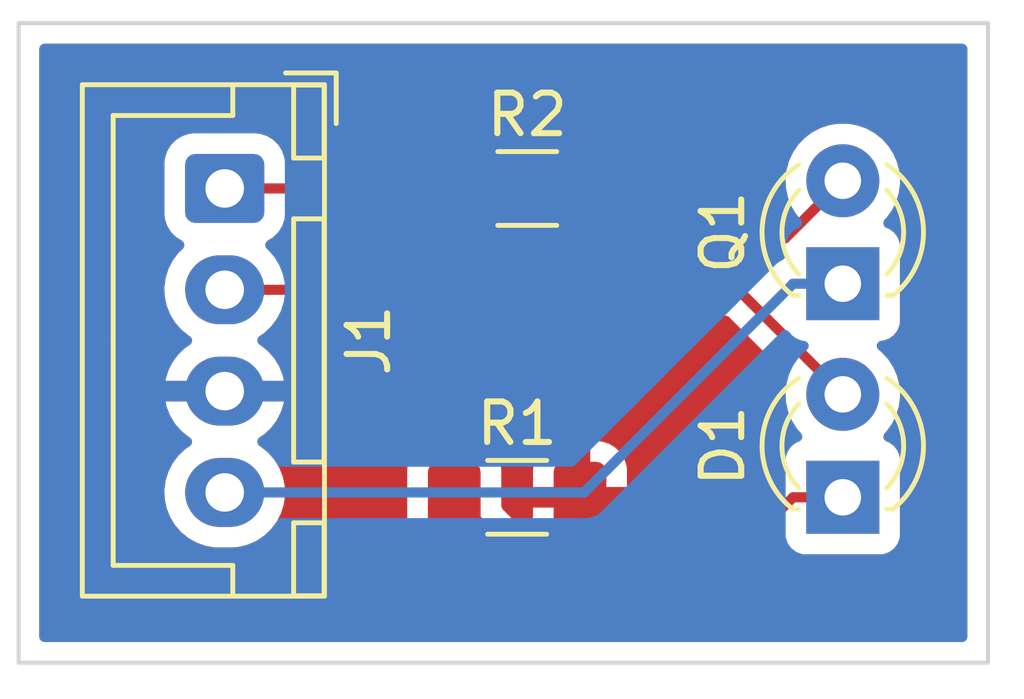
<source format=kicad_pcb>
(kicad_pcb (version 20211014) (generator pcbnew)
  (layers (0 "F.Cu" signal) (31 "B.Cu" signal) (34 "B.Paste" user) (35 "F.Paste" user) (36 "B.SilkS" user "B.Silkscreen") (37 "F.SilkS" user "F.Silkscreen") (38 "B.Mask" user) (39 "F.Mask" user) (44 "Edge.Cuts" user))
  (net 0 "")
  (net 1 "Net-(D1-Pad1)")
  (net 2 "POWER")
  (net 3 "RESPONSE")
  (net 4 "Earth")
  (net 5 "+3V3")
  (footprint "Resistor_SMD:R_1206_3216Metric_Pad1.30x1.75mm_HandSolder" (layer "F.Cu") (at 137 88.9)
    (fp_text reference "R2" (at 0 -1.82) (layer "F.SilkS"))
    (fp_text value "1k8")
    (fp_line (start -0.727064 0.91) (end 0.727064 0.91) (layer "F.SilkS") (width 0.12))
    (fp_line (start -0.727064 -0.91) (end 0.727064 -0.91) (layer "F.SilkS") (width 0.12))
    (pad "1" smd roundrect (at -1.55 0) (size 1.3 1.75) (layers "F.Cu" "F.Paste" "F.Mask") (roundrect_rratio 0.1923076923) (net 3 "RESPONSE"))
    (pad "2" smd roundrect (at 1.55 0) (size 1.3 1.75) (layers "F.Cu" "F.Paste" "F.Mask") (roundrect_rratio 0.1923076923) (net 4 "Earth"))
  )
  (footprint "Resistor_SMD:R_1206_3216Metric_Pad1.30x1.75mm_HandSolder" (layer "F.Cu") (at 136.75 96.52)
    (fp_text reference "R1" (at 0 -1.82) (layer "F.SilkS"))
    (fp_text value "120")
    (fp_line (start -0.727064 -0.91) (end 0.727064 -0.91) (layer "F.SilkS") (width 0.12))
    (fp_line (start -0.727064 0.91) (end 0.727064 0.91) (layer "F.SilkS") (width 0.12))
    (pad "1" smd roundrect (at -1.55 0) (size 1.3 1.75) (layers "F.Cu" "F.Paste" "F.Mask") (roundrect_rratio 0.1923076923) (net 1 "Net-(D1-Pad1)"))
    (pad "2" smd roundrect (at 1.55 0) (size 1.3 1.75) (layers "F.Cu" "F.Paste" "F.Mask") (roundrect_rratio 0.1923076923) (net 4 "Earth"))
  )
  (footprint "LED_THT:LED_D3.0mm_Clear" (layer "F.Cu") (at 144.78 91.25 90)
    (fp_text reference "Q1" (at 1.27 -2.96 90) (layer "F.SilkS"))
    (fp_text value "SFH309")
    (fp_line (start -0.29 -1.236) (end -0.29 -1.08) (layer "F.SilkS") (width 0.12))
    (fp_line (start -0.29 1.08) (end -0.29 1.236) (layer "F.SilkS") (width 0.12))
    (fp_arc (start 2.942335 1.078608) (mid 1.366487 1.987659) (end -0.29 1.235516) (layer "F.SilkS") (width 0.12))
    (fp_arc (start 2.31113 1.079837) (mid 1.270117 1.5) (end 0.229039 1.08) (layer "F.SilkS") (width 0.12))
    (fp_arc (start -0.29 -1.235516) (mid 1.366487 -1.987659) (end 2.942335 -1.078608) (layer "F.SilkS") (width 0.12))
    (fp_arc (start 0.229039 -1.08) (mid 1.270117 -1.5) (end 2.31113 -1.079837) (layer "F.SilkS") (width 0.12))
    (pad "1" thru_hole rect (at 0 0 90) (size 1.8 1.8) (drill 0.9) (layers *.Cu *.Mask) (net 5 "+3V3"))
    (pad "2" thru_hole circle (at 2.54 0 90) (size 1.8 1.8) (drill 0.9) (layers *.Cu *.Mask) (net 3 "RESPONSE"))
  )
  (footprint "LED_THT:LED_D3.0mm_IRBlack" (layer "F.Cu") (at 144.78 96.52 90)
    (fp_text reference "D1" (at 1.27 -2.96 90) (layer "F.SilkS"))
    (fp_text value "SFH4346")
    (fp_line (start -0.29 1.08) (end -0.29 1.236) (layer "F.SilkS") (width 0.12))
    (fp_line (start -0.29 -1.236) (end -0.29 -1.08) (layer "F.SilkS") (width 0.12))
    (fp_arc (start -0.29 -1.235516) (mid 1.366487 -1.987659) (end 2.942335 -1.078608) (layer "F.SilkS") (width 0.12))
    (fp_arc (start 2.31113 1.079837) (mid 1.270117 1.5) (end 0.229039 1.08) (layer "F.SilkS") (width 0.12))
    (fp_arc (start 2.942335 1.078608) (mid 1.366487 1.987659) (end -0.29 1.235516) (layer "F.SilkS") (width 0.12))
    (fp_arc (start 0.229039 -1.08) (mid 1.270117 -1.5) (end 2.31113 -1.079837) (layer "F.SilkS") (width 0.12))
    (pad "1" thru_hole rect (at 0 0 90) (size 1.8 1.8) (drill 0.9) (layers *.Cu *.Mask) (net 1 "Net-(D1-Pad1)"))
    (pad "2" thru_hole circle (at 2.54 0 90) (size 1.8 1.8) (drill 0.9) (layers *.Cu *.Mask) (net 2 "POWER"))
  )
  (footprint "Connector_JST:JST_XH_B4B-XH-A_1x04_P2.50mm_Vertical" (layer "F.Cu") (at 129.54 88.9 -90)
    (fp_text reference "J1" (at 3.75 -3.55 -90) (layer "F.SilkS"))
    (fp_text value "Conn_01x04")
    (fp_line (start -1.6 -2.75) (end -2.85 -2.75) (layer "F.SilkS") (width 0.12))
    (fp_line (start 0.75 -1.7) (end 6.75 -1.7) (layer "F.SilkS") (width 0.12))
    (fp_line (start 0.75 -2.45) (end 0.75 -1.7) (layer "F.SilkS") (width 0.12))
    (fp_line (start -2.85 -2.75) (end -2.85 -1.5) (layer "F.SilkS") (width 0.12))
    (fp_line (start 8.25 -1.7) (end 10.05 -1.7) (layer "F.SilkS") (width 0.12))
    (fp_line (start -2.55 -1.7) (end -0.75 -1.7) (layer "F.SilkS") (width 0.12))
    (fp_line (start 6.75 -2.45) (end 0.75 -2.45) (layer "F.SilkS") (width 0.12))
    (fp_line (start 10.05 -0.2) (end 9.3 -0.2) (layer "F.SilkS") (width 0.12))
    (fp_line (start 10.05 -1.7) (end 10.05 -2.45) (layer "F.SilkS") (width 0.12))
    (fp_line (start -0.75 -2.45) (end -2.55 -2.45) (layer "F.SilkS") (width 0.12))
    (fp_line (start 10.06 3.51) (end 10.06 -2.46) (layer "F.SilkS") (width 0.12))
    (fp_line (start -1.8 -0.2) (end -1.8 2.75) (layer "F.SilkS") (width 0.12))
    (fp_line (start -2.56 3.51) (end 10.06 3.51) (layer "F.SilkS") (width 0.12))
    (fp_line (start -2.55 -2.45) (end -2.55 -1.7) (layer "F.SilkS") (width 0.12))
    (fp_line (start -2.56 -2.46) (end -2.56 3.51) (layer "F.SilkS") (width 0.12))
    (fp_line (start 6.75 -1.7) (end 6.75 -2.45) (layer "F.SilkS") (width 0.12))
    (fp_line (start -1.8 2.75) (end 3.75 2.75) (layer "F.SilkS") (width 0.12))
    (fp_line (start 10.06 -2.46) (end -2.56 -2.46) (layer "F.SilkS") (width 0.12))
    (fp_line (start -2.55 -0.2) (end -1.8 -0.2) (layer "F.SilkS") (width 0.12))
    (fp_line (start 9.3 -0.2) (end 9.3 2.75) (layer "F.SilkS") (width 0.12))
    (fp_line (start 10.05 -2.45) (end 8.25 -2.45) (layer "F.SilkS") (width 0.12))
    (fp_line (start 9.3 2.75) (end 3.75 2.75) (layer "F.SilkS") (width 0.12))
    (fp_line (start 8.25 -2.45) (end 8.25 -1.7) (layer "F.SilkS") (width 0.12))
    (fp_line (start -0.75 -1.7) (end -0.75 -2.45) (layer "F.SilkS") (width 0.12))
    (pad "1" thru_hole roundrect (at 0 0 270) (size 1.7 1.95) (drill 0.95) (layers *.Cu *.Mask) (roundrect_rratio 0.1470588235) (net 3 "RESPONSE"))
    (pad "2" thru_hole oval (at 2.5 0 270) (size 1.7 1.95) (drill 0.95) (layers *.Cu *.Mask) (net 2 "POWER"))
    (pad "3" thru_hole oval (at 5 0 270) (size 1.7 1.95) (drill 0.95) (layers *.Cu *.Mask) (net 4 "Earth"))
    (pad "4" thru_hole oval (at 7.5 0 270) (size 1.7 1.95) (drill 0.95) (layers *.Cu *.Mask) (net 5 "+3V3"))
  )
  (gr_rect (start 124.46 84.82) (end 148.36 100.6) (layer "Edge.Cuts") (width 0.1) (fill none))
  (segment (start 142.3128 97.7619) (end 136.4419 97.7619) (width 0.25) (layer "F.Cu") (net 1))
  (segment (start 136.4419 97.7619) (end 135.2 96.52) (width 0.25) (layer "F.Cu") (net 1))
  (segment (start 144.78 96.52) (end 143.5547 96.52) (width 0.25) (layer "F.Cu") (net 1))
  (segment (start 143.5547 96.52) (end 142.3128 97.7619) (width 0.25) (layer "F.Cu") (net 1))
  (segment (start 144.78 93.98) (end 142.2 91.4) (width 0.25) (layer "F.Cu") (net 2))
  (segment (start 142.2 91.4) (end 129.54 91.4) (width 0.25) (layer "F.Cu") (net 2))
  (segment (start 144.78 88.71) (end 143.363 90.127) (width 0.25) (layer "F.Cu") (net 3))
  (segment (start 136.677 90.127) (end 135.45 88.9) (width 0.25) (layer "F.Cu") (net 3))
  (segment (start 135.45 88.9) (end 129.54 88.9) (width 0.25) (layer "F.Cu") (net 3))
  (segment (start 143.363 90.127) (end 136.677 90.127) (width 0.25) (layer "F.Cu") (net 3))
  (segment (start 144.78 91.25) (end 143.5547 91.25) (width 0.25) (layer "B.Cu") (net 5))
  (segment (start 138.4047 96.4) (end 129.54 96.4) (width 0.25) (layer "B.Cu") (net 5))
  (segment (start 143.5547 91.25) (end 138.4047 96.4) (width 0.25) (layer "B.Cu") (net 5))
  (zone (net 4) (net_name "Earth") (layers F&B.Cu) (connect_pads (clearance 0.508)) (min_thickness 0.254) (fill yes (thermal_gap 0.508) (thermal_bridge_width 0.508))
    (polygon (pts (xy 149.25 101.5) (xy 124 101.5) (xy 124 84.25) (xy 149.25 84.25)))
  )
)
</source>
